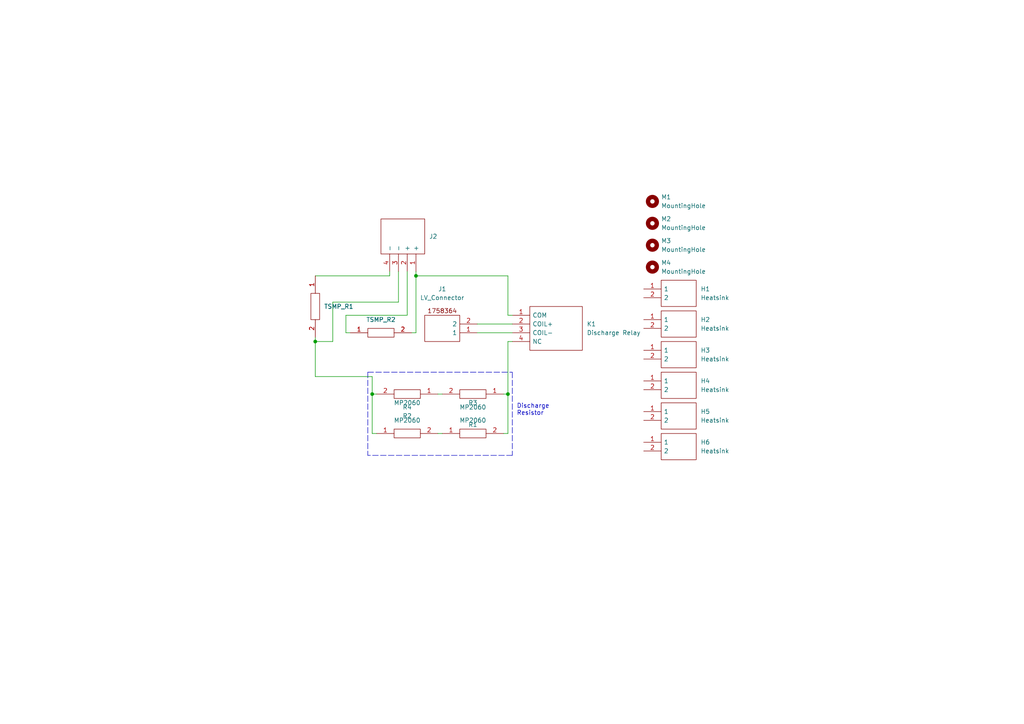
<source format=kicad_sch>
(kicad_sch (version 20211123) (generator eeschema)

  (uuid 04339d2e-67ad-46e6-8657-71338d50872a)

  (paper "A4")

  (lib_symbols
    (symbol "Mechanical:MountingHole" (pin_names (offset 1.016)) (in_bom yes) (on_board yes)
      (property "Reference" "H" (id 0) (at 0 5.08 0)
        (effects (font (size 1.27 1.27)))
      )
      (property "Value" "MountingHole" (id 1) (at 0 3.175 0)
        (effects (font (size 1.27 1.27)))
      )
      (property "Footprint" "" (id 2) (at 0 0 0)
        (effects (font (size 1.27 1.27)) hide)
      )
      (property "Datasheet" "~" (id 3) (at 0 0 0)
        (effects (font (size 1.27 1.27)) hide)
      )
      (property "ki_keywords" "mounting hole" (id 4) (at 0 0 0)
        (effects (font (size 1.27 1.27)) hide)
      )
      (property "ki_description" "Mounting Hole without connection" (id 5) (at 0 0 0)
        (effects (font (size 1.27 1.27)) hide)
      )
      (property "ki_fp_filters" "MountingHole*" (id 6) (at 0 0 0)
        (effects (font (size 1.27 1.27)) hide)
      )
      (symbol "MountingHole_0_1"
        (circle (center 0 0) (radius 1.27)
          (stroke (width 1.27) (type default) (color 0 0 0 0))
          (fill (type none))
        )
      )
    )
    (symbol "SAE Parts:Discharge Relay" (pin_names (offset 0.762)) (in_bom yes) (on_board yes)
      (property "Reference" "K1" (id 0) (at 21.59 -2.5399 0)
        (effects (font (size 1.27 1.27)) (justify left))
      )
      (property "Value" "Discharge Relay" (id 1) (at 21.59 -5.0799 0)
        (effects (font (size 1.27 1.27)) (justify left))
      )
      (property "Footprint" "SAE Parts:Discharge Relay" (id 2) (at 21.59 2.54 0)
        (effects (font (size 1.27 1.27)) (justify left) hide)
      )
      (property "Datasheet" "" (id 3) (at 21.59 0 0)
        (effects (font (size 1.27 1.27)) (justify left) hide)
      )
      (property "Description" "" (id 4) (at 21.59 -2.54 0)
        (effects (font (size 1.27 1.27)) (justify left) hide)
      )
      (property "Height" "" (id 5) (at 21.59 -5.08 0)
        (effects (font (size 1.27 1.27)) (justify left) hide)
      )
      (property "Mouser Part Number" "" (id 6) (at 21.59 -7.62 0)
        (effects (font (size 1.27 1.27)) (justify left) hide)
      )
      (property "Mouser Price/Stock" "" (id 7) (at 21.59 -10.16 0)
        (effects (font (size 1.27 1.27)) (justify left) hide)
      )
      (property "Manufacturer_Name" "" (id 8) (at 21.59 -12.7 0)
        (effects (font (size 1.27 1.27)) (justify left) hide)
      )
      (property "Manufacturer_Part_Number" "" (id 9) (at 21.59 -15.24 0)
        (effects (font (size 1.27 1.27)) (justify left) hide)
      )
      (property "ki_description" "RELAY REED 1 N/C 1.5KV 12V" (id 10) (at 0 0 0)
        (effects (font (size 1.27 1.27)) hide)
      )
      (symbol "Discharge Relay_0_0"
        (pin passive line (at 0 0 0) (length 5.08)
          (name "COM" (effects (font (size 1.27 1.27))))
          (number "1" (effects (font (size 1.27 1.27))))
        )
        (pin passive line (at 0 -2.54 0) (length 5.08)
          (name "COIL+" (effects (font (size 1.27 1.27))))
          (number "2" (effects (font (size 1.27 1.27))))
        )
        (pin passive line (at 0 -5.08 0) (length 5.08)
          (name "COIL-" (effects (font (size 1.27 1.27))))
          (number "3" (effects (font (size 1.27 1.27))))
        )
        (pin passive line (at 0 -7.62 0) (length 5.08)
          (name "NC" (effects (font (size 1.27 1.27))))
          (number "4" (effects (font (size 1.27 1.27))))
        )
      )
      (symbol "Discharge Relay_0_1"
        (polyline
          (pts
            (xy 5.08 2.54)
            (xy 20.32 2.54)
            (xy 20.32 -10.16)
            (xy 5.08 -10.16)
            (xy 5.08 2.54)
          )
          (stroke (width 0.1524) (type default) (color 0 0 0 0))
          (fill (type none))
        )
      )
    )
    (symbol "SAE Parts:Heatsink" (pin_names (offset 0.762)) (in_bom yes) (on_board yes)
      (property "Reference" "H" (id 0) (at 16.51 7.62 0)
        (effects (font (size 1.27 1.27)) (justify left))
      )
      (property "Value" "Heatsink" (id 1) (at 16.51 5.08 0)
        (effects (font (size 1.27 1.27)) (justify left))
      )
      (property "Footprint" "" (id 2) (at 16.51 2.54 0)
        (effects (font (size 1.27 1.27)) (justify left) hide)
      )
      (property "Datasheet" "" (id 3) (at 16.51 0 0)
        (effects (font (size 1.27 1.27)) (justify left) hide)
      )
      (property "Description" "" (id 4) (at 16.51 -2.54 0)
        (effects (font (size 1.27 1.27)) (justify left) hide)
      )
      (property "Height" "" (id 5) (at 16.51 -5.08 0)
        (effects (font (size 1.27 1.27)) (justify left) hide)
      )
      (property "Mouser Part Number" "" (id 6) (at 16.51 -7.62 0)
        (effects (font (size 1.27 1.27)) (justify left) hide)
      )
      (property "Mouser Price/Stock" "" (id 7) (at 16.51 -10.16 0)
        (effects (font (size 1.27 1.27)) (justify left) hide)
      )
      (property "Manufacturer_Name" "" (id 8) (at 16.51 -12.7 0)
        (effects (font (size 1.27 1.27)) (justify left) hide)
      )
      (property "Manufacturer_Part_Number" "" (id 9) (at 16.51 -15.24 0)
        (effects (font (size 1.27 1.27)) (justify left) hide)
      )
      (property "ki_description" "AAVID THERMALLOY - 7136DG - HEAT SINK" (id 10) (at 0 0 0)
        (effects (font (size 1.27 1.27)) hide)
      )
      (symbol "Heatsink_0_0"
        (pin passive line (at 0 0 0) (length 5.08)
          (name "1" (effects (font (size 1.27 1.27))))
          (number "1" (effects (font (size 1.27 1.27))))
        )
        (pin passive line (at 0 -2.54 0) (length 5.08)
          (name "2" (effects (font (size 1.27 1.27))))
          (number "2" (effects (font (size 1.27 1.27))))
        )
      )
      (symbol "Heatsink_0_1"
        (polyline
          (pts
            (xy 5.08 2.54)
            (xy 15.24 2.54)
            (xy 15.24 -5.08)
            (xy 5.08 -5.08)
            (xy 5.08 2.54)
          )
          (stroke (width 0.1524) (type default) (color 0 0 0 0))
          (fill (type none))
        )
      )
    )
    (symbol "SAE Parts:LV_Conn" (pin_names (offset 0.762)) (in_bom yes) (on_board yes)
      (property "Reference" "J" (id 0) (at 6.35 8.89 0)
        (effects (font (size 1.27 1.27)) (justify left))
      )
      (property "Value" "LV_Conn" (id 1) (at 6.35 6.35 0)
        (effects (font (size 1.27 1.27)) (justify left))
      )
      (property "Footprint" "" (id 2) (at 16.51 2.54 0)
        (effects (font (size 1.27 1.27)) (justify left) hide)
      )
      (property "Datasheet" "" (id 3) (at 16.51 0 0)
        (effects (font (size 1.27 1.27)) (justify left) hide)
      )
      (property "Description" "" (id 4) (at 16.51 -2.54 0)
        (effects (font (size 1.27 1.27)) (justify left) hide)
      )
      (property "Height" "" (id 5) (at 16.51 -5.08 0)
        (effects (font (size 1.27 1.27)) (justify left) hide)
      )
      (property "Mouser Part Number" "" (id 6) (at 16.51 -7.62 0)
        (effects (font (size 1.27 1.27)) (justify left) hide)
      )
      (property "Mouser Price/Stock" "" (id 7) (at 16.51 -10.16 0)
        (effects (font (size 1.27 1.27)) (justify left) hide)
      )
      (property "Manufacturer_Name" "" (id 8) (at 16.51 -12.7 0)
        (effects (font (size 1.27 1.27)) (justify left) hide)
      )
      (property "Manufacturer_Part_Number" "1776508" (id 9) (at 16.51 -15.24 0)
        (effects (font (size 1.27 1.27)) (justify left) hide)
      )
      (property "ki_description" "PCB header, nominal cross section: 2.5 mm?, color: green, nominal current: 12 A, rated voltage (III/2): 320 V, contact surface: Tin, type of contact: Male connector, Number of potentials: 2, Number of rows: 1, Number of positions per row: 2, number of connections: 2, product range: MSTB 2,5/..-GF, pitch: 5.08 mm, mounting: Wave soldering, pin layout: Linear pinning, solder pin [P]: 3.5 mm, Stecksystem: CLASSIC COMBICON, Locking: Screw locking, type of packaging: packed in cardboard" (id 10) (at 0 0 0)
        (effects (font (size 1.27 1.27)) hide)
      )
      (symbol "LV_Conn_0_0"
        (text "1758364" (at 10.16 3.81 0)
          (effects (font (size 1.27 1.27)))
        )
        (pin passive line (at 20.32 -2.54 180) (length 5.08)
          (name "1" (effects (font (size 1.27 1.27))))
          (number "1" (effects (font (size 1.27 1.27))))
        )
        (pin passive line (at 20.32 0 180) (length 5.08)
          (name "2" (effects (font (size 1.27 1.27))))
          (number "2" (effects (font (size 1.27 1.27))))
        )
      )
      (symbol "LV_Conn_0_1"
        (polyline
          (pts
            (xy 5.08 2.54)
            (xy 15.24 2.54)
            (xy 15.24 -5.08)
            (xy 5.08 -5.08)
            (xy 5.08 2.54)
          )
          (stroke (width 0.1524) (type default) (color 0 0 0 0))
          (fill (type none))
        )
      )
    )
    (symbol "SAE Parts:MP2060" (pin_names (offset 0.762)) (in_bom yes) (on_board yes)
      (property "Reference" "R" (id 0) (at 7.62 5.08 0)
        (effects (font (size 1.27 1.27)) (justify left))
      )
      (property "Value" "MP2060" (id 1) (at 5.08 2.54 0)
        (effects (font (size 1.27 1.27)) (justify left))
      )
      (property "Footprint" "" (id 2) (at 13.97 1.27 0)
        (effects (font (size 1.27 1.27)) (justify left) hide)
      )
      (property "Datasheet" "" (id 3) (at 13.97 -1.27 0)
        (effects (font (size 1.27 1.27)) (justify left) hide)
      )
      (property "Description" "" (id 4) (at 13.97 -3.81 0)
        (effects (font (size 1.27 1.27)) (justify left) hide)
      )
      (property "Height" "" (id 5) (at 13.97 -6.35 0)
        (effects (font (size 1.27 1.27)) (justify left) hide)
      )
      (property "Mouser Part Number" "" (id 6) (at 13.97 -8.89 0)
        (effects (font (size 1.27 1.27)) (justify left) hide)
      )
      (property "Mouser Price/Stock" "" (id 7) (at 13.97 -11.43 0)
        (effects (font (size 1.27 1.27)) (justify left) hide)
      )
      (property "Manufacturer_Name" "" (id 8) (at 13.97 -13.97 0)
        (effects (font (size 1.27 1.27)) (justify left) hide)
      )
      (property "Manufacturer_Part_Number" "" (id 9) (at 13.97 -16.51 0)
        (effects (font (size 1.27 1.27)) (justify left) hide)
      )
      (property "ki_description" "Thick Film Resistors - Through Hole 500 ohm 60W 1% TO-220 PKG CLIP MNT" (id 10) (at 0 0 0)
        (effects (font (size 1.27 1.27)) hide)
      )
      (symbol "MP2060_0_0"
        (pin passive line (at 0 0 0) (length 5.08)
          (name "~" (effects (font (size 1.27 1.27))))
          (number "1" (effects (font (size 1.27 1.27))))
        )
        (pin passive line (at 17.78 0 180) (length 5.08)
          (name "~" (effects (font (size 1.27 1.27))))
          (number "2" (effects (font (size 1.27 1.27))))
        )
      )
      (symbol "MP2060_0_1"
        (polyline
          (pts
            (xy 5.08 1.27)
            (xy 12.7 1.27)
            (xy 12.7 -1.27)
            (xy 5.08 -1.27)
            (xy 5.08 1.27)
          )
          (stroke (width 0.1524) (type default) (color 0 0 0 0))
          (fill (type none))
        )
      )
    )
    (symbol "SAE Parts:TSMP" (pin_names (offset 0.762)) (in_bom yes) (on_board yes)
      (property "Reference" "TSMP" (id 0) (at 5.08 5.08 0)
        (effects (font (size 1.27 1.27)) (justify left))
      )
      (property "Value" "TSMP" (id 1) (at 5.08 2.54 0)
        (effects (font (size 1.27 1.27)) (justify left) hide)
      )
      (property "Footprint" "" (id 2) (at 13.97 1.27 0)
        (effects (font (size 1.27 1.27)) (justify left) hide)
      )
      (property "Datasheet" "" (id 3) (at 13.97 -1.27 0)
        (effects (font (size 1.27 1.27)) (justify left) hide)
      )
      (property "Description" "" (id 4) (at 13.97 -3.81 0)
        (effects (font (size 1.27 1.27)) (justify left) hide)
      )
      (property "Height" "" (id 5) (at 13.97 -6.35 0)
        (effects (font (size 1.27 1.27)) (justify left) hide)
      )
      (property "Mouser Part Number" "" (id 6) (at 13.97 -8.89 0)
        (effects (font (size 1.27 1.27)) (justify left) hide)
      )
      (property "Mouser Price/Stock" "" (id 7) (at 13.97 -11.43 0)
        (effects (font (size 1.27 1.27)) (justify left) hide)
      )
      (property "Manufacturer_Name" "" (id 8) (at 13.97 -13.97 0)
        (effects (font (size 1.27 1.27)) (justify left) hide)
      )
      (property "Manufacturer_Part_Number" "" (id 9) (at 13.97 -16.51 0)
        (effects (font (size 1.27 1.27)) (justify left) hide)
      )
      (property "ki_description" "Thick Film Resistors - Through Hole 15K ohm 25W 1% TO-220 PKG PWR FILM" (id 10) (at 0 0 0)
        (effects (font (size 1.27 1.27)) hide)
      )
      (symbol "TSMP_0_0"
        (pin passive line (at 0 0 0) (length 5.08)
          (name "~" (effects (font (size 1.27 1.27))))
          (number "1" (effects (font (size 1.27 1.27))))
        )
        (pin passive line (at 17.78 0 180) (length 5.08)
          (name "~" (effects (font (size 1.27 1.27))))
          (number "2" (effects (font (size 1.27 1.27))))
        )
      )
      (symbol "TSMP_0_1"
        (polyline
          (pts
            (xy 5.08 1.27)
            (xy 12.7 1.27)
            (xy 12.7 -1.27)
            (xy 5.08 -1.27)
            (xy 5.08 1.27)
          )
          (stroke (width 0.1524) (type default) (color 0 0 0 0))
          (fill (type none))
        )
      )
    )
    (symbol "SAE Parts:TS_Connector" (pin_names (offset 0.762)) (in_bom yes) (on_board yes)
      (property "Reference" "TS_Connector" (id 0) (at -12.7 7.62 0)
        (effects (font (size 1.27 1.27)) (justify left))
      )
      (property "Value" "TS_Connector" (id 1) (at -12.7 7.62 0)
        (effects (font (size 1.27 1.27)) (justify left) hide)
      )
      (property "Footprint" "" (id 2) (at -13.97 -6.35 0)
        (effects (font (size 1.27 1.27)) (justify left) hide)
      )
      (property "Datasheet" "" (id 3) (at -13.97 -3.81 0)
        (effects (font (size 1.27 1.27)) (justify left) hide)
      )
      (property "Description" "" (id 4) (at -13.97 -1.27 0)
        (effects (font (size 1.27 1.27)) (justify left) hide)
      )
      (property "Height" "" (id 5) (at -13.97 1.27 0)
        (effects (font (size 1.27 1.27)) (justify left) hide)
      )
      (property "Mouser Part Number" "" (id 6) (at -13.97 3.81 0)
        (effects (font (size 1.27 1.27)) (justify left) hide)
      )
      (property "Mouser Price/Stock" "" (id 7) (at -13.97 6.35 0)
        (effects (font (size 1.27 1.27)) (justify left) hide)
      )
      (property "Manufacturer_Name" "" (id 8) (at 16.51 -12.7 0)
        (effects (font (size 1.27 1.27)) (justify left) hide)
      )
      (property "Manufacturer_Part_Number" "" (id 9) (at 16.51 -15.24 0)
        (effects (font (size 1.27 1.27)) (justify left) hide)
      )
      (property "ki_description" "PCB header, nominal cross section: 2.5 mm?, color: green, nominal current: 12 A, rated voltage (III/2): 630 V, contact surface: Tin, type of contact: Male connector, Number of potentials: 4, Number of rows: 1, Number of positions per row: 4, number of connections: 4, product range: GMSTBA 2,5/..-G, pitch: 7.62 mm, mounting: Wave soldering, pin layout: Linear pinning, solder pin [P]: 3.2 mm, Stecksystem: CLASSIC COMBICON, Locking: without, type of packaging: packed in cardboard" (id 10) (at 0 0 0)
        (effects (font (size 1.27 1.27)) hide)
      )
      (symbol "TS_Connector_0_0"
        (pin passive line (at 2.54 3.81 180) (length 5.08)
          (name "+" (effects (font (size 1.27 1.27))))
          (number "1" (effects (font (size 1.27 1.27))))
        )
        (pin passive line (at 2.54 1.27 180) (length 5.08)
          (name "+" (effects (font (size 1.27 1.27))))
          (number "2" (effects (font (size 1.27 1.27))))
        )
        (pin passive line (at 2.54 -1.27 180) (length 5.08)
          (name "-" (effects (font (size 1.27 1.27))))
          (number "3" (effects (font (size 1.27 1.27))))
        )
        (pin passive line (at 2.54 -3.81 180) (length 5.08)
          (name "-" (effects (font (size 1.27 1.27))))
          (number "4" (effects (font (size 1.27 1.27))))
        )
      )
      (symbol "TS_Connector_0_1"
        (polyline
          (pts
            (xy -2.54 -6.35)
            (xy -12.7 -6.35)
            (xy -12.7 6.35)
            (xy -2.54 6.35)
            (xy -2.54 -6.35)
          )
          (stroke (width 0.1524) (type default) (color 0 0 0 0))
          (fill (type none))
        )
      )
    )
  )

  (junction (at 91.44 99.06) (diameter 0) (color 0 0 0 0)
    (uuid 2bcd00d9-08fa-418e-a3d7-1743fab014cd)
  )
  (junction (at 120.65 80.01) (diameter 0) (color 0 0 0 0)
    (uuid 421e836c-ac97-4730-998a-8a86639bd571)
  )
  (junction (at 107.95 114.3) (diameter 0) (color 0 0 0 0)
    (uuid 5e261084-4f14-4dbb-be1d-fb81ea3d5090)
  )
  (junction (at 147.32 114.3) (diameter 0) (color 0 0 0 0)
    (uuid 820e549c-4156-423a-8f07-8bd3b4003080)
  )

  (wire (pts (xy 91.44 97.79) (xy 91.44 99.06))
    (stroke (width 0) (type default) (color 0 0 0 0))
    (uuid 0430e422-259b-4937-a04f-9bd42e671d81)
  )
  (wire (pts (xy 109.22 125.73) (xy 107.95 125.73))
    (stroke (width 0) (type default) (color 0 0 0 0))
    (uuid 06db2204-924e-405a-bd11-9f5df4464a1d)
  )
  (wire (pts (xy 107.95 109.22) (xy 107.95 114.3))
    (stroke (width 0) (type default) (color 0 0 0 0))
    (uuid 10bcb83c-5b58-4048-9604-7861ae79cc71)
  )
  (wire (pts (xy 147.32 99.06) (xy 147.32 114.3))
    (stroke (width 0) (type default) (color 0 0 0 0))
    (uuid 130c7a27-2543-4754-b9d0-72d0830220d2)
  )
  (wire (pts (xy 91.44 109.22) (xy 107.95 109.22))
    (stroke (width 0) (type default) (color 0 0 0 0))
    (uuid 1d1dcdd7-6d97-486e-9f61-1bf46d05fad4)
  )
  (polyline (pts (xy 148.59 132.08) (xy 106.68 132.08))
    (stroke (width 0) (type default) (color 0 0 0 0))
    (uuid 31145851-ac4d-4fcc-b79b-d52c2fd2d57e)
  )

  (wire (pts (xy 115.57 87.63) (xy 96.52 87.63))
    (stroke (width 0) (type default) (color 0 0 0 0))
    (uuid 31ae91a0-bbed-4a59-8fbf-6562cb7bc04e)
  )
  (wire (pts (xy 107.95 114.3) (xy 107.95 125.73))
    (stroke (width 0) (type default) (color 0 0 0 0))
    (uuid 37c5c4ee-3ee2-4d41-9b58-c4a37281b2fd)
  )
  (wire (pts (xy 118.11 78.74) (xy 118.11 91.44))
    (stroke (width 0) (type default) (color 0 0 0 0))
    (uuid 3bdb6531-4be5-4e2a-9403-bfb45eaa1945)
  )
  (polyline (pts (xy 148.59 107.95) (xy 148.59 132.08))
    (stroke (width 0) (type default) (color 0 0 0 0))
    (uuid 3d43505c-0a92-4c61-bb4b-3ab35b90faaf)
  )
  (polyline (pts (xy 106.68 107.95) (xy 106.68 132.08))
    (stroke (width 0) (type default) (color 0 0 0 0))
    (uuid 41d2120d-d842-4841-af2d-518fa6d40388)
  )

  (wire (pts (xy 120.65 80.01) (xy 147.32 80.01))
    (stroke (width 0) (type default) (color 0 0 0 0))
    (uuid 4638c4b6-97db-49a0-97bc-f4d946868116)
  )
  (wire (pts (xy 147.32 80.01) (xy 147.32 91.44))
    (stroke (width 0) (type default) (color 0 0 0 0))
    (uuid 50aa2368-6d31-4930-a04e-4d34cf4ddb99)
  )
  (wire (pts (xy 91.44 99.06) (xy 91.44 109.22))
    (stroke (width 0) (type default) (color 0 0 0 0))
    (uuid 521b6bc6-2bdf-4d62-adb8-9e03fe12921d)
  )
  (wire (pts (xy 119.38 96.52) (xy 120.65 96.52))
    (stroke (width 0) (type default) (color 0 0 0 0))
    (uuid 5e0753ea-8ab5-414c-b3cd-f5b6f2c43eb3)
  )
  (wire (pts (xy 138.43 93.98) (xy 148.59 93.98))
    (stroke (width 0) (type default) (color 0 0 0 0))
    (uuid 5f5037aa-9288-4845-aaf7-f58167e2eade)
  )
  (wire (pts (xy 120.65 80.01) (xy 120.65 78.74))
    (stroke (width 0) (type default) (color 0 0 0 0))
    (uuid 66da9919-324a-4ac3-9c4b-9cb77acb8d4f)
  )
  (wire (pts (xy 120.65 96.52) (xy 120.65 80.01))
    (stroke (width 0) (type default) (color 0 0 0 0))
    (uuid 71b63cd6-c316-4e1e-9a42-76c96bbabcf1)
  )
  (wire (pts (xy 127 114.3) (xy 128.27 114.3))
    (stroke (width 0) (type default) (color 0 0 0 0))
    (uuid 73c799cd-3608-4df6-a02a-fd1f73c74de0)
  )
  (wire (pts (xy 100.33 96.52) (xy 100.33 91.44))
    (stroke (width 0) (type default) (color 0 0 0 0))
    (uuid 78c08f0a-929f-43a0-8afa-ecb60fe6e86d)
  )
  (wire (pts (xy 96.52 99.06) (xy 91.44 99.06))
    (stroke (width 0) (type default) (color 0 0 0 0))
    (uuid 83a8adf7-b732-405d-bb9e-685ad5482dae)
  )
  (wire (pts (xy 96.52 87.63) (xy 96.52 99.06))
    (stroke (width 0) (type default) (color 0 0 0 0))
    (uuid 862ba5a3-7939-4c20-9e7a-4662582df64d)
  )
  (wire (pts (xy 100.33 91.44) (xy 118.11 91.44))
    (stroke (width 0) (type default) (color 0 0 0 0))
    (uuid 882e7263-55f3-4028-98c1-1b1bcfd85f38)
  )
  (polyline (pts (xy 106.68 107.95) (xy 148.59 107.95))
    (stroke (width 0) (type default) (color 0 0 0 0))
    (uuid 992b2ac3-84ce-4a5c-9b59-bcc44418e067)
  )

  (wire (pts (xy 147.32 91.44) (xy 148.59 91.44))
    (stroke (width 0) (type default) (color 0 0 0 0))
    (uuid 9ab7aa60-e5ef-4828-898f-1c680f5f1724)
  )
  (wire (pts (xy 91.44 80.01) (xy 113.03 80.01))
    (stroke (width 0) (type default) (color 0 0 0 0))
    (uuid 9b3a5905-64af-4df7-8c26-e1233d855f91)
  )
  (wire (pts (xy 148.59 99.06) (xy 147.32 99.06))
    (stroke (width 0) (type default) (color 0 0 0 0))
    (uuid 9ba2e820-bf7e-4467-88ce-fc1f875e148b)
  )
  (wire (pts (xy 113.03 80.01) (xy 113.03 78.74))
    (stroke (width 0) (type default) (color 0 0 0 0))
    (uuid 9e038f38-b547-4501-b5ea-34331e01911b)
  )
  (wire (pts (xy 115.57 78.74) (xy 115.57 87.63))
    (stroke (width 0) (type default) (color 0 0 0 0))
    (uuid a05de1ed-15a4-49ef-88d6-6d8ccbf47b5d)
  )
  (wire (pts (xy 100.33 96.52) (xy 101.6 96.52))
    (stroke (width 0) (type default) (color 0 0 0 0))
    (uuid b0ef2791-9acc-4113-90e6-1f85a6021d5a)
  )
  (wire (pts (xy 147.32 114.3) (xy 147.32 125.73))
    (stroke (width 0) (type default) (color 0 0 0 0))
    (uuid b94fe33e-5d42-4e4d-9345-2afee41c498c)
  )
  (wire (pts (xy 146.05 114.3) (xy 147.32 114.3))
    (stroke (width 0) (type default) (color 0 0 0 0))
    (uuid bc596ad3-86d3-47f5-8cc9-d70845a07cc6)
  )
  (wire (pts (xy 127 125.73) (xy 128.27 125.73))
    (stroke (width 0) (type default) (color 0 0 0 0))
    (uuid c30fbbda-0953-4dd3-845a-743629844786)
  )
  (wire (pts (xy 147.32 125.73) (xy 146.05 125.73))
    (stroke (width 0) (type default) (color 0 0 0 0))
    (uuid d6d79e8c-9acc-4052-ab82-065365cbb3c7)
  )
  (wire (pts (xy 138.43 96.52) (xy 148.59 96.52))
    (stroke (width 0) (type default) (color 0 0 0 0))
    (uuid e0d4dcc3-c94b-4f8c-aa09-530dc34697c7)
  )
  (wire (pts (xy 109.22 114.3) (xy 107.95 114.3))
    (stroke (width 0) (type default) (color 0 0 0 0))
    (uuid f93bd464-5a5b-4df5-9cf5-6ed38c7cac4f)
  )

  (text "Discharge\nResistor" (at 149.86 120.65 0)
    (effects (font (size 1.27 1.27)) (justify left bottom))
    (uuid 90982965-5317-439c-9aa2-6ee7cd8bc85d)
  )

  (symbol (lib_id "Mechanical:MountingHole") (at 189.23 58.42 0) (unit 1)
    (in_bom yes) (on_board yes) (fields_autoplaced)
    (uuid 00b12d64-f426-4c69-a4e4-464786b208cc)
    (property "Reference" "M1" (id 0) (at 191.77 57.1499 0)
      (effects (font (size 1.27 1.27)) (justify left))
    )
    (property "Value" "MountingHole" (id 1) (at 191.77 59.6899 0)
      (effects (font (size 1.27 1.27)) (justify left))
    )
    (property "Footprint" "MountingHole:MountingHole_3.2mm_M3" (id 2) (at 189.23 58.42 0)
      (effects (font (size 1.27 1.27)) hide)
    )
    (property "Datasheet" "~" (id 3) (at 189.23 58.42 0)
      (effects (font (size 1.27 1.27)) hide)
    )
  )

  (symbol (lib_id "SAE Parts:MP2060") (at 128.27 125.73 0) (unit 1)
    (in_bom yes) (on_board yes)
    (uuid 031035b1-0408-42a2-8320-4b9da7db6d7b)
    (property "Reference" "R1" (id 0) (at 137.16 123.19 0))
    (property "Value" "MP2060" (id 1) (at 137.16 121.92 0))
    (property "Footprint" "SAE Parts:MP2060" (id 2) (at 142.24 124.46 0)
      (effects (font (size 1.27 1.27)) (justify left) hide)
    )
    (property "Datasheet" "" (id 3) (at 142.24 127 0)
      (effects (font (size 1.27 1.27)) (justify left) hide)
    )
    (property "Description" "" (id 4) (at 142.24 129.54 0)
      (effects (font (size 1.27 1.27)) (justify left) hide)
    )
    (property "Height" "" (id 5) (at 142.24 132.08 0)
      (effects (font (size 1.27 1.27)) (justify left) hide)
    )
    (property "Mouser Part Number" "" (id 6) (at 142.24 134.62 0)
      (effects (font (size 1.27 1.27)) (justify left) hide)
    )
    (property "Mouser Price/Stock" "" (id 7) (at 142.24 137.16 0)
      (effects (font (size 1.27 1.27)) (justify left) hide)
    )
    (property "Manufacturer_Name" "" (id 8) (at 142.24 139.7 0)
      (effects (font (size 1.27 1.27)) (justify left) hide)
    )
    (property "Manufacturer_Part_Number" "" (id 9) (at 142.24 142.24 0)
      (effects (font (size 1.27 1.27)) (justify left) hide)
    )
    (pin "1" (uuid e6839642-1365-4c49-849f-e860f42156c8))
    (pin "2" (uuid c198975b-166b-4c50-9ef7-d1d98d2e7b41))
  )

  (symbol (lib_id "SAE Parts:MP2060") (at 109.22 125.73 0) (unit 1)
    (in_bom yes) (on_board yes)
    (uuid 0df6b640-3b24-4ec4-b3a8-f87fafd20b29)
    (property "Reference" "R2" (id 0) (at 118.11 120.65 0))
    (property "Value" "MP2060" (id 1) (at 118.11 121.92 0))
    (property "Footprint" "SAE Parts:MP2060" (id 2) (at 123.19 124.46 0)
      (effects (font (size 1.27 1.27)) (justify left) hide)
    )
    (property "Datasheet" "" (id 3) (at 123.19 127 0)
      (effects (font (size 1.27 1.27)) (justify left) hide)
    )
    (property "Description" "" (id 4) (at 123.19 129.54 0)
      (effects (font (size 1.27 1.27)) (justify left) hide)
    )
    (property "Height" "" (id 5) (at 123.19 132.08 0)
      (effects (font (size 1.27 1.27)) (justify left) hide)
    )
    (property "Mouser Part Number" "" (id 6) (at 123.19 134.62 0)
      (effects (font (size 1.27 1.27)) (justify left) hide)
    )
    (property "Mouser Price/Stock" "" (id 7) (at 123.19 137.16 0)
      (effects (font (size 1.27 1.27)) (justify left) hide)
    )
    (property "Manufacturer_Name" "" (id 8) (at 123.19 139.7 0)
      (effects (font (size 1.27 1.27)) (justify left) hide)
    )
    (property "Manufacturer_Part_Number" "" (id 9) (at 123.19 142.24 0)
      (effects (font (size 1.27 1.27)) (justify left) hide)
    )
    (pin "1" (uuid 2da43323-2d47-4abf-bbc7-c313a60b15de))
    (pin "2" (uuid 9a7a22df-c8d7-4b9f-87e9-fdbcb346fe90))
  )

  (symbol (lib_id "SAE Parts:TSMP") (at 91.44 80.01 270) (unit 1)
    (in_bom yes) (on_board yes) (fields_autoplaced)
    (uuid 18b3720a-0728-456a-8861-3db53909e97a)
    (property "Reference" "TSMP_R1" (id 0) (at 93.98 88.8999 90)
      (effects (font (size 1.27 1.27)) (justify left))
    )
    (property "Value" "TSMP" (id 1) (at 93.98 85.09 0)
      (effects (font (size 1.27 1.27)) (justify left) hide)
    )
    (property "Footprint" "SAE Parts:TSMP" (id 2) (at 92.71 93.98 0)
      (effects (font (size 1.27 1.27)) (justify left) hide)
    )
    (property "Datasheet" "" (id 3) (at 90.17 93.98 0)
      (effects (font (size 1.27 1.27)) (justify left) hide)
    )
    (property "Description" "" (id 4) (at 87.63 93.98 0)
      (effects (font (size 1.27 1.27)) (justify left) hide)
    )
    (property "Height" "" (id 5) (at 85.09 93.98 0)
      (effects (font (size 1.27 1.27)) (justify left) hide)
    )
    (property "Mouser Part Number" "" (id 6) (at 82.55 93.98 0)
      (effects (font (size 1.27 1.27)) (justify left) hide)
    )
    (property "Mouser Price/Stock" "" (id 7) (at 80.01 93.98 0)
      (effects (font (size 1.27 1.27)) (justify left) hide)
    )
    (property "Manufacturer_Name" "" (id 8) (at 77.47 93.98 0)
      (effects (font (size 1.27 1.27)) (justify left) hide)
    )
    (property "Manufacturer_Part_Number" "" (id 9) (at 74.93 93.98 0)
      (effects (font (size 1.27 1.27)) (justify left) hide)
    )
    (pin "1" (uuid 18436448-df34-47a3-a07b-120e77d2b715))
    (pin "2" (uuid cbc117f9-694a-4b01-9fe3-a102cd527c65))
  )

  (symbol (lib_id "SAE Parts:Heatsink") (at 186.69 119.38 0) (unit 1)
    (in_bom yes) (on_board yes) (fields_autoplaced)
    (uuid 33f67c81-cd96-4e45-b295-5b9414e27934)
    (property "Reference" "H5" (id 0) (at 203.2 119.3799 0)
      (effects (font (size 1.27 1.27)) (justify left))
    )
    (property "Value" "Heatsink" (id 1) (at 203.2 121.9199 0)
      (effects (font (size 1.27 1.27)) (justify left))
    )
    (property "Footprint" "SAE Parts:Heatsink" (id 2) (at 203.2 116.84 0)
      (effects (font (size 1.27 1.27)) (justify left) hide)
    )
    (property "Datasheet" "" (id 3) (at 203.2 119.38 0)
      (effects (font (size 1.27 1.27)) (justify left) hide)
    )
    (property "Description" "" (id 4) (at 203.2 121.92 0)
      (effects (font (size 1.27 1.27)) (justify left) hide)
    )
    (property "Height" "" (id 5) (at 203.2 124.46 0)
      (effects (font (size 1.27 1.27)) (justify left) hide)
    )
    (property "Mouser Part Number" "" (id 6) (at 203.2 127 0)
      (effects (font (size 1.27 1.27)) (justify left) hide)
    )
    (property "Mouser Price/Stock" "" (id 7) (at 203.2 129.54 0)
      (effects (font (size 1.27 1.27)) (justify left) hide)
    )
    (property "Manufacturer_Name" "" (id 8) (at 203.2 132.08 0)
      (effects (font (size 1.27 1.27)) (justify left) hide)
    )
    (property "Manufacturer_Part_Number" "" (id 9) (at 203.2 134.62 0)
      (effects (font (size 1.27 1.27)) (justify left) hide)
    )
    (pin "1" (uuid 98eb38cb-38dc-4b32-99b0-5e822702cad7))
    (pin "2" (uuid 8c5f5c20-e67a-49c5-ac9d-c0f5202beb67))
  )

  (symbol (lib_id "SAE Parts:LV_Conn") (at 118.11 93.98 0) (unit 1)
    (in_bom yes) (on_board yes) (fields_autoplaced)
    (uuid 3684da05-940a-4c48-8016-6e30a976c7e4)
    (property "Reference" "J1" (id 0) (at 128.27 83.82 0))
    (property "Value" "LV_Connector" (id 1) (at 128.27 86.36 0))
    (property "Footprint" "SAE Parts:LV Conn" (id 2) (at 134.62 91.44 0)
      (effects (font (size 1.27 1.27)) (justify left) hide)
    )
    (property "Datasheet" "" (id 3) (at 134.62 93.98 0)
      (effects (font (size 1.27 1.27)) (justify left) hide)
    )
    (property "Description" "" (id 4) (at 134.62 96.52 0)
      (effects (font (size 1.27 1.27)) (justify left) hide)
    )
    (property "Height" "" (id 5) (at 134.62 99.06 0)
      (effects (font (size 1.27 1.27)) (justify left) hide)
    )
    (property "Mouser Part Number" "" (id 6) (at 134.62 101.6 0)
      (effects (font (size 1.27 1.27)) (justify left) hide)
    )
    (property "Mouser Price/Stock" "" (id 7) (at 134.62 104.14 0)
      (effects (font (size 1.27 1.27)) (justify left) hide)
    )
    (property "Manufacturer_Name" "" (id 8) (at 134.62 106.68 0)
      (effects (font (size 1.27 1.27)) (justify left) hide)
    )
    (property "Manufacturer_Part_Number" "1776508" (id 9) (at 134.62 109.22 0)
      (effects (font (size 1.27 1.27)) (justify left) hide)
    )
    (pin "1" (uuid 36e293e0-1535-47ec-96d1-173813bc6c3d))
    (pin "2" (uuid 354bcb5d-594d-451a-9f5d-d4aa48dae6f6))
  )

  (symbol (lib_id "SAE Parts:MP2060") (at 127 114.3 180) (unit 1)
    (in_bom yes) (on_board yes)
    (uuid 42fcd203-e530-489c-b895-1019554f89a5)
    (property "Reference" "R4" (id 0) (at 118.11 118.11 0))
    (property "Value" "MP2060" (id 1) (at 118.11 116.84 0))
    (property "Footprint" "SAE Parts:MP2060" (id 2) (at 113.03 115.57 0)
      (effects (font (size 1.27 1.27)) (justify left) hide)
    )
    (property "Datasheet" "" (id 3) (at 113.03 113.03 0)
      (effects (font (size 1.27 1.27)) (justify left) hide)
    )
    (property "Description" "" (id 4) (at 113.03 110.49 0)
      (effects (font (size 1.27 1.27)) (justify left) hide)
    )
    (property "Height" "" (id 5) (at 113.03 107.95 0)
      (effects (font (size 1.27 1.27)) (justify left) hide)
    )
    (property "Mouser Part Number" "" (id 6) (at 113.03 105.41 0)
      (effects (font (size 1.27 1.27)) (justify left) hide)
    )
    (property "Mouser Price/Stock" "" (id 7) (at 113.03 102.87 0)
      (effects (font (size 1.27 1.27)) (justify left) hide)
    )
    (property "Manufacturer_Name" "" (id 8) (at 113.03 100.33 0)
      (effects (font (size 1.27 1.27)) (justify left) hide)
    )
    (property "Manufacturer_Part_Number" "" (id 9) (at 113.03 97.79 0)
      (effects (font (size 1.27 1.27)) (justify left) hide)
    )
    (pin "1" (uuid 7590e189-3b26-4601-a60c-aad25fe3daf6))
    (pin "2" (uuid 4080346f-6521-47c8-815f-1b7635afe223))
  )

  (symbol (lib_id "SAE Parts:Discharge Relay") (at 148.59 91.44 0) (unit 1)
    (in_bom yes) (on_board yes) (fields_autoplaced)
    (uuid 6487855a-e887-490b-ac68-e7124cc46bfa)
    (property "Reference" "K1" (id 0) (at 170.18 93.9799 0)
      (effects (font (size 1.27 1.27)) (justify left))
    )
    (property "Value" "Discharge Relay" (id 1) (at 170.18 96.5199 0)
      (effects (font (size 1.27 1.27)) (justify left))
    )
    (property "Footprint" "SAE Parts:Discharge Relay" (id 2) (at 170.18 88.9 0)
      (effects (font (size 1.27 1.27)) (justify left) hide)
    )
    (property "Datasheet" "" (id 3) (at 170.18 91.44 0)
      (effects (font (size 1.27 1.27)) (justify left) hide)
    )
    (property "Description" "" (id 4) (at 170.18 93.98 0)
      (effects (font (size 1.27 1.27)) (justify left) hide)
    )
    (property "Height" "" (id 5) (at 170.18 96.52 0)
      (effects (font (size 1.27 1.27)) (justify left) hide)
    )
    (property "Mouser Part Number" "" (id 6) (at 170.18 99.06 0)
      (effects (font (size 1.27 1.27)) (justify left) hide)
    )
    (property "Mouser Price/Stock" "" (id 7) (at 170.18 101.6 0)
      (effects (font (size 1.27 1.27)) (justify left) hide)
    )
    (property "Manufacturer_Name" "" (id 8) (at 170.18 104.14 0)
      (effects (font (size 1.27 1.27)) (justify left) hide)
    )
    (property "Manufacturer_Part_Number" "" (id 9) (at 170.18 106.68 0)
      (effects (font (size 1.27 1.27)) (justify left) hide)
    )
    (pin "1" (uuid a3df6f1a-21c4-4f9c-872d-97c9754e9b91))
    (pin "2" (uuid 445a8545-9659-436c-8a9e-99eee24908d9))
    (pin "3" (uuid 98c56270-0716-43e1-bf22-f7189763dbc4))
    (pin "4" (uuid 1c17ebfe-ac5a-4386-ab2e-867a4fb29bb6))
  )

  (symbol (lib_id "SAE Parts:TS_Connector") (at 116.84 76.2 270) (unit 1)
    (in_bom yes) (on_board yes) (fields_autoplaced)
    (uuid 6ad2022d-19e6-432b-9271-8b9575325055)
    (property "Reference" "J2" (id 0) (at 124.46 68.5799 90)
      (effects (font (size 1.27 1.27)) (justify left))
    )
    (property "Value" "TS_Connector" (id 1) (at 123.19 83.82 0)
      (effects (font (size 1.27 1.27)) (justify left) hide)
    )
    (property "Footprint" "SAE Parts:TS Connector" (id 2) (at 119.38 92.71 0)
      (effects (font (size 1.27 1.27)) (justify left) hide)
    )
    (property "Datasheet" "" (id 3) (at 116.84 92.71 0)
      (effects (font (size 1.27 1.27)) (justify left) hide)
    )
    (property "Description" "" (id 4) (at 114.3 92.71 0)
      (effects (font (size 1.27 1.27)) (justify left) hide)
    )
    (property "Height" "" (id 5) (at 111.76 92.71 0)
      (effects (font (size 1.27 1.27)) (justify left) hide)
    )
    (property "Mouser Part Number" "" (id 6) (at 109.22 92.71 0)
      (effects (font (size 1.27 1.27)) (justify left) hide)
    )
    (property "Mouser Price/Stock" "" (id 7) (at 106.68 92.71 0)
      (effects (font (size 1.27 1.27)) (justify left) hide)
    )
    (property "Manufacturer_Name" "" (id 8) (at 104.14 92.71 0)
      (effects (font (size 1.27 1.27)) (justify left) hide)
    )
    (property "Manufacturer_Part_Number" "" (id 9) (at 101.6 92.71 0)
      (effects (font (size 1.27 1.27)) (justify left) hide)
    )
    (pin "1" (uuid 43d357f1-038e-48e1-a455-da6c1bb5a42b))
    (pin "2" (uuid 5c31bb84-97ae-4244-a620-b62e4996270a))
    (pin "3" (uuid 7f87016e-ed5d-4c18-b76f-35be0840dfd2))
    (pin "4" (uuid 1351212f-1122-41bc-966e-794af53053ae))
  )

  (symbol (lib_id "SAE Parts:Heatsink") (at 186.69 83.82 0) (unit 1)
    (in_bom yes) (on_board yes) (fields_autoplaced)
    (uuid 6ce05360-c4e9-4044-aac4-3039f02a2ca6)
    (property "Reference" "H1" (id 0) (at 203.2 83.8199 0)
      (effects (font (size 1.27 1.27)) (justify left))
    )
    (property "Value" "Heatsink" (id 1) (at 203.2 86.3599 0)
      (effects (font (size 1.27 1.27)) (justify left))
    )
    (property "Footprint" "SAE Parts:Heatsink T2X" (id 2) (at 203.2 81.28 0)
      (effects (font (size 1.27 1.27)) (justify left) hide)
    )
    (property "Datasheet" "" (id 3) (at 203.2 83.82 0)
      (effects (font (size 1.27 1.27)) (justify left) hide)
    )
    (property "Description" "" (id 4) (at 203.2 86.36 0)
      (effects (font (size 1.27 1.27)) (justify left) hide)
    )
    (property "Height" "" (id 5) (at 203.2 88.9 0)
      (effects (font (size 1.27 1.27)) (justify left) hide)
    )
    (property "Mouser Part Number" "" (id 6) (at 203.2 91.44 0)
      (effects (font (size 1.27 1.27)) (justify left) hide)
    )
    (property "Mouser Price/Stock" "" (id 7) (at 203.2 93.98 0)
      (effects (font (size 1.27 1.27)) (justify left) hide)
    )
    (property "Manufacturer_Name" "" (id 8) (at 203.2 96.52 0)
      (effects (font (size 1.27 1.27)) (justify left) hide)
    )
    (property "Manufacturer_Part_Number" "" (id 9) (at 203.2 99.06 0)
      (effects (font (size 1.27 1.27)) (justify left) hide)
    )
    (pin "1" (uuid 406070b5-0dd1-4876-b4d6-6c8219f37c41))
    (pin "2" (uuid cf3ca2ad-f5bd-4374-998a-556c3bf8b1de))
  )

  (symbol (lib_id "SAE Parts:Heatsink") (at 186.69 101.6 0) (unit 1)
    (in_bom yes) (on_board yes) (fields_autoplaced)
    (uuid 76d7d56a-560a-45d1-a493-328005a48f4c)
    (property "Reference" "H3" (id 0) (at 203.2 101.5999 0)
      (effects (font (size 1.27 1.27)) (justify left))
    )
    (property "Value" "Heatsink" (id 1) (at 203.2 104.1399 0)
      (effects (font (size 1.27 1.27)) (justify left))
    )
    (property "Footprint" "SAE Parts:Heatsink T2X" (id 2) (at 203.2 99.06 0)
      (effects (font (size 1.27 1.27)) (justify left) hide)
    )
    (property "Datasheet" "" (id 3) (at 203.2 101.6 0)
      (effects (font (size 1.27 1.27)) (justify left) hide)
    )
    (property "Description" "" (id 4) (at 203.2 104.14 0)
      (effects (font (size 1.27 1.27)) (justify left) hide)
    )
    (property "Height" "" (id 5) (at 203.2 106.68 0)
      (effects (font (size 1.27 1.27)) (justify left) hide)
    )
    (property "Mouser Part Number" "" (id 6) (at 203.2 109.22 0)
      (effects (font (size 1.27 1.27)) (justify left) hide)
    )
    (property "Mouser Price/Stock" "" (id 7) (at 203.2 111.76 0)
      (effects (font (size 1.27 1.27)) (justify left) hide)
    )
    (property "Manufacturer_Name" "" (id 8) (at 203.2 114.3 0)
      (effects (font (size 1.27 1.27)) (justify left) hide)
    )
    (property "Manufacturer_Part_Number" "" (id 9) (at 203.2 116.84 0)
      (effects (font (size 1.27 1.27)) (justify left) hide)
    )
    (pin "1" (uuid a7f7d7c5-22c9-47e0-8a0a-c012fb184cc3))
    (pin "2" (uuid 9a3db558-3286-460b-a848-d3e408b4be71))
  )

  (symbol (lib_id "SAE Parts:Heatsink") (at 186.69 110.49 0) (unit 1)
    (in_bom yes) (on_board yes) (fields_autoplaced)
    (uuid 796a6a77-347e-4753-bf88-4e6655b1b3c5)
    (property "Reference" "H4" (id 0) (at 203.2 110.4899 0)
      (effects (font (size 1.27 1.27)) (justify left))
    )
    (property "Value" "Heatsink" (id 1) (at 203.2 113.0299 0)
      (effects (font (size 1.27 1.27)) (justify left))
    )
    (property "Footprint" "SAE Parts:Heatsink T2X" (id 2) (at 203.2 107.95 0)
      (effects (font (size 1.27 1.27)) (justify left) hide)
    )
    (property "Datasheet" "" (id 3) (at 203.2 110.49 0)
      (effects (font (size 1.27 1.27)) (justify left) hide)
    )
    (property "Description" "" (id 4) (at 203.2 113.03 0)
      (effects (font (size 1.27 1.27)) (justify left) hide)
    )
    (property "Height" "" (id 5) (at 203.2 115.57 0)
      (effects (font (size 1.27 1.27)) (justify left) hide)
    )
    (property "Mouser Part Number" "" (id 6) (at 203.2 118.11 0)
      (effects (font (size 1.27 1.27)) (justify left) hide)
    )
    (property "Mouser Price/Stock" "" (id 7) (at 203.2 120.65 0)
      (effects (font (size 1.27 1.27)) (justify left) hide)
    )
    (property "Manufacturer_Name" "" (id 8) (at 203.2 123.19 0)
      (effects (font (size 1.27 1.27)) (justify left) hide)
    )
    (property "Manufacturer_Part_Number" "" (id 9) (at 203.2 125.73 0)
      (effects (font (size 1.27 1.27)) (justify left) hide)
    )
    (pin "1" (uuid 5308bc9c-605b-4776-bddf-913fa5e5aa2f))
    (pin "2" (uuid 61d8a45a-8f0f-4d3a-bb1f-e711d56f8e28))
  )

  (symbol (lib_id "SAE Parts:Heatsink") (at 186.69 92.71 0) (unit 1)
    (in_bom yes) (on_board yes) (fields_autoplaced)
    (uuid 7b0bdeb2-7f96-41d5-afa4-6f79f7a042d4)
    (property "Reference" "H2" (id 0) (at 203.2 92.7099 0)
      (effects (font (size 1.27 1.27)) (justify left))
    )
    (property "Value" "Heatsink" (id 1) (at 203.2 95.2499 0)
      (effects (font (size 1.27 1.27)) (justify left))
    )
    (property "Footprint" "SAE Parts:Heatsink T2X" (id 2) (at 203.2 90.17 0)
      (effects (font (size 1.27 1.27)) (justify left) hide)
    )
    (property "Datasheet" "" (id 3) (at 203.2 92.71 0)
      (effects (font (size 1.27 1.27)) (justify left) hide)
    )
    (property "Description" "" (id 4) (at 203.2 95.25 0)
      (effects (font (size 1.27 1.27)) (justify left) hide)
    )
    (property "Height" "" (id 5) (at 203.2 97.79 0)
      (effects (font (size 1.27 1.27)) (justify left) hide)
    )
    (property "Mouser Part Number" "" (id 6) (at 203.2 100.33 0)
      (effects (font (size 1.27 1.27)) (justify left) hide)
    )
    (property "Mouser Price/Stock" "" (id 7) (at 203.2 102.87 0)
      (effects (font (size 1.27 1.27)) (justify left) hide)
    )
    (property "Manufacturer_Name" "" (id 8) (at 203.2 105.41 0)
      (effects (font (size 1.27 1.27)) (justify left) hide)
    )
    (property "Manufacturer_Part_Number" "" (id 9) (at 203.2 107.95 0)
      (effects (font (size 1.27 1.27)) (justify left) hide)
    )
    (pin "1" (uuid e0a5d79c-6461-481d-bc3c-ac30009e3bb2))
    (pin "2" (uuid c22e06c0-674b-433b-b08c-5429025d0225))
  )

  (symbol (lib_id "SAE Parts:Heatsink") (at 186.69 128.27 0) (unit 1)
    (in_bom yes) (on_board yes) (fields_autoplaced)
    (uuid 8560b932-6383-4aa9-8818-b380601f9729)
    (property "Reference" "H6" (id 0) (at 203.2 128.2699 0)
      (effects (font (size 1.27 1.27)) (justify left))
    )
    (property "Value" "Heatsink" (id 1) (at 203.2 130.8099 0)
      (effects (font (size 1.27 1.27)) (justify left))
    )
    (property "Footprint" "SAE Parts:Heatsink" (id 2) (at 203.2 125.73 0)
      (effects (font (size 1.27 1.27)) (justify left) hide)
    )
    (property "Datasheet" "" (id 3) (at 203.2 128.27 0)
      (effects (font (size 1.27 1.27)) (justify left) hide)
    )
    (property "Description" "" (id 4) (at 203.2 130.81 0)
      (effects (font (size 1.27 1.27)) (justify left) hide)
    )
    (property "Height" "" (id 5) (at 203.2 133.35 0)
      (effects (font (size 1.27 1.27)) (justify left) hide)
    )
    (property "Mouser Part Number" "" (id 6) (at 203.2 135.89 0)
      (effects (font (size 1.27 1.27)) (justify left) hide)
    )
    (property "Mouser Price/Stock" "" (id 7) (at 203.2 138.43 0)
      (effects (font (size 1.27 1.27)) (justify left) hide)
    )
    (property "Manufacturer_Name" "" (id 8) (at 203.2 140.97 0)
      (effects (font (size 1.27 1.27)) (justify left) hide)
    )
    (property "Manufacturer_Part_Number" "" (id 9) (at 203.2 143.51 0)
      (effects (font (size 1.27 1.27)) (justify left) hide)
    )
    (pin "1" (uuid 70fc88b5-842c-4bf9-912a-ba80da2a7922))
    (pin "2" (uuid 4174c4a6-1d53-48e9-94f7-2fec2674670f))
  )

  (symbol (lib_id "SAE Parts:TSMP") (at 101.6 96.52 0) (unit 1)
    (in_bom yes) (on_board yes) (fields_autoplaced)
    (uuid 88796190-3262-4baa-8b70-e43dc0549334)
    (property "Reference" "TSMP_R2" (id 0) (at 110.49 92.71 0))
    (property "Value" "TSMP" (id 1) (at 106.68 93.98 0)
      (effects (font (size 1.27 1.27)) (justify left) hide)
    )
    (property "Footprint" "SAE Parts:TSMP" (id 2) (at 115.57 95.25 0)
      (effects (font (size 1.27 1.27)) (justify left) hide)
    )
    (property "Datasheet" "" (id 3) (at 115.57 97.79 0)
      (effects (font (size 1.27 1.27)) (justify left) hide)
    )
    (property "Description" "" (id 4) (at 115.57 100.33 0)
      (effects (font (size 1.27 1.27)) (justify left) hide)
    )
    (property "Height" "" (id 5) (at 115.57 102.87 0)
      (effects (font (size 1.27 1.27)) (justify left) hide)
    )
    (property "Mouser Part Number" "" (id 6) (at 115.57 105.41 0)
      (effects (font (size 1.27 1.27)) (justify left) hide)
    )
    (property "Mouser Price/Stock" "" (id 7) (at 115.57 107.95 0)
      (effects (font (size 1.27 1.27)) (justify left) hide)
    )
    (property "Manufacturer_Name" "" (id 8) (at 115.57 110.49 0)
      (effects (font (size 1.27 1.27)) (justify left) hide)
    )
    (property "Manufacturer_Part_Number" "" (id 9) (at 115.57 113.03 0)
      (effects (font (size 1.27 1.27)) (justify left) hide)
    )
    (pin "1" (uuid 98750657-784e-4b7e-ba81-d59ca4b204cc))
    (pin "2" (uuid 54b944bb-0115-4bdb-89e9-8da28ea2bbdd))
  )

  (symbol (lib_id "Mechanical:MountingHole") (at 189.23 77.47 0) (unit 1)
    (in_bom yes) (on_board yes) (fields_autoplaced)
    (uuid ae2d1395-dbfa-4e82-b76b-4ed73b5c1403)
    (property "Reference" "M4" (id 0) (at 191.77 76.1999 0)
      (effects (font (size 1.27 1.27)) (justify left))
    )
    (property "Value" "MountingHole" (id 1) (at 191.77 78.7399 0)
      (effects (font (size 1.27 1.27)) (justify left))
    )
    (property "Footprint" "MountingHole:MountingHole_3.2mm_M3" (id 2) (at 189.23 77.47 0)
      (effects (font (size 1.27 1.27)) hide)
    )
    (property "Datasheet" "~" (id 3) (at 189.23 77.47 0)
      (effects (font (size 1.27 1.27)) hide)
    )
  )

  (symbol (lib_id "SAE Parts:MP2060") (at 146.05 114.3 180) (unit 1)
    (in_bom yes) (on_board yes)
    (uuid bcbd19f0-a01f-48a7-b015-8c793e25b019)
    (property "Reference" "R3" (id 0) (at 137.16 116.84 0))
    (property "Value" "MP2060" (id 1) (at 137.16 118.11 0))
    (property "Footprint" "SAE Parts:MP2060" (id 2) (at 132.08 115.57 0)
      (effects (font (size 1.27 1.27)) (justify left) hide)
    )
    (property "Datasheet" "" (id 3) (at 132.08 113.03 0)
      (effects (font (size 1.27 1.27)) (justify left) hide)
    )
    (property "Description" "" (id 4) (at 132.08 110.49 0)
      (effects (font (size 1.27 1.27)) (justify left) hide)
    )
    (property "Height" "" (id 5) (at 132.08 107.95 0)
      (effects (font (size 1.27 1.27)) (justify left) hide)
    )
    (property "Mouser Part Number" "" (id 6) (at 132.08 105.41 0)
      (effects (font (size 1.27 1.27)) (justify left) hide)
    )
    (property "Mouser Price/Stock" "" (id 7) (at 132.08 102.87 0)
      (effects (font (size 1.27 1.27)) (justify left) hide)
    )
    (property "Manufacturer_Name" "" (id 8) (at 132.08 100.33 0)
      (effects (font (size 1.27 1.27)) (justify left) hide)
    )
    (property "Manufacturer_Part_Number" "" (id 9) (at 132.08 97.79 0)
      (effects (font (size 1.27 1.27)) (justify left) hide)
    )
    (pin "1" (uuid f95f129c-0add-4613-a7a4-d06a30a762ea))
    (pin "2" (uuid 69690ca0-649e-4437-97bd-0d9cd7a5d205))
  )

  (symbol (lib_id "Mechanical:MountingHole") (at 189.23 64.77 0) (unit 1)
    (in_bom yes) (on_board yes) (fields_autoplaced)
    (uuid cb8d2dcd-2605-45d3-8950-99d4d8dbf555)
    (property "Reference" "M2" (id 0) (at 191.77 63.4999 0)
      (effects (font (size 1.27 1.27)) (justify left))
    )
    (property "Value" "MountingHole" (id 1) (at 191.77 66.0399 0)
      (effects (font (size 1.27 1.27)) (justify left))
    )
    (property "Footprint" "MountingHole:MountingHole_3.2mm_M3" (id 2) (at 189.23 64.77 0)
      (effects (font (size 1.27 1.27)) hide)
    )
    (property "Datasheet" "~" (id 3) (at 189.23 64.77 0)
      (effects (font (size 1.27 1.27)) hide)
    )
  )

  (symbol (lib_id "Mechanical:MountingHole") (at 189.23 71.12 0) (unit 1)
    (in_bom yes) (on_board yes) (fields_autoplaced)
    (uuid f1e1a7ba-d276-45c0-aa89-712e33133406)
    (property "Reference" "M3" (id 0) (at 191.77 69.8499 0)
      (effects (font (size 1.27 1.27)) (justify left))
    )
    (property "Value" "MountingHole" (id 1) (at 191.77 72.3899 0)
      (effects (font (size 1.27 1.27)) (justify left))
    )
    (property "Footprint" "MountingHole:MountingHole_3.2mm_M3" (id 2) (at 189.23 71.12 0)
      (effects (font (size 1.27 1.27)) hide)
    )
    (property "Datasheet" "~" (id 3) (at 189.23 71.12 0)
      (effects (font (size 1.27 1.27)) hide)
    )
  )

  (sheet_instances
    (path "/" (page "1"))
  )

  (symbol_instances
    (path "/6ce05360-c4e9-4044-aac4-3039f02a2ca6"
      (reference "H1") (unit 1) (value "Heatsink") (footprint "SAE Parts:Heatsink T2X")
    )
    (path "/7b0bdeb2-7f96-41d5-afa4-6f79f7a042d4"
      (reference "H2") (unit 1) (value "Heatsink") (footprint "SAE Parts:Heatsink T2X")
    )
    (path "/76d7d56a-560a-45d1-a493-328005a48f4c"
      (reference "H3") (unit 1) (value "Heatsink") (footprint "SAE Parts:Heatsink T2X")
    )
    (path "/796a6a77-347e-4753-bf88-4e6655b1b3c5"
      (reference "H4") (unit 1) (value "Heatsink") (footprint "SAE Parts:Heatsink T2X")
    )
    (path "/33f67c81-cd96-4e45-b295-5b9414e27934"
      (reference "H5") (unit 1) (value "Heatsink") (footprint "SAE Parts:Heatsink")
    )
    (path "/8560b932-6383-4aa9-8818-b380601f9729"
      (reference "H6") (unit 1) (value "Heatsink") (footprint "SAE Parts:Heatsink")
    )
    (path "/3684da05-940a-4c48-8016-6e30a976c7e4"
      (reference "J1") (unit 1) (value "LV_Connector") (footprint "SAE Parts:LV Conn")
    )
    (path "/6ad2022d-19e6-432b-9271-8b9575325055"
      (reference "J2") (unit 1) (value "TS_Connector") (footprint "SAE Parts:TS Connector")
    )
    (path "/6487855a-e887-490b-ac68-e7124cc46bfa"
      (reference "K1") (unit 1) (value "Discharge Relay") (footprint "SAE Parts:Discharge Relay")
    )
    (path "/00b12d64-f426-4c69-a4e4-464786b208cc"
      (reference "M1") (unit 1) (value "MountingHole") (footprint "MountingHole:MountingHole_3.2mm_M3")
    )
    (path "/cb8d2dcd-2605-45d3-8950-99d4d8dbf555"
      (reference "M2") (unit 1) (value "MountingHole") (footprint "MountingHole:MountingHole_3.2mm_M3")
    )
    (path "/f1e1a7ba-d276-45c0-aa89-712e33133406"
      (reference "M3") (unit 1) (value "MountingHole") (footprint "MountingHole:MountingHole_3.2mm_M3")
    )
    (path "/ae2d1395-dbfa-4e82-b76b-4ed73b5c1403"
      (reference "M4") (unit 1) (value "MountingHole") (footprint "MountingHole:MountingHole_3.2mm_M3")
    )
    (path "/031035b1-0408-42a2-8320-4b9da7db6d7b"
      (reference "R1") (unit 1) (value "MP2060") (footprint "SAE Parts:MP2060")
    )
    (path "/0df6b640-3b24-4ec4-b3a8-f87fafd20b29"
      (reference "R2") (unit 1) (value "MP2060") (footprint "SAE Parts:MP2060")
    )
    (path "/bcbd19f0-a01f-48a7-b015-8c793e25b019"
      (reference "R3") (unit 1) (value "MP2060") (footprint "SAE Parts:MP2060")
    )
    (path "/42fcd203-e530-489c-b895-1019554f89a5"
      (reference "R4") (unit 1) (value "MP2060") (footprint "SAE Parts:MP2060")
    )
    (path "/18b3720a-0728-456a-8861-3db53909e97a"
      (reference "TSMP_R1") (unit 1) (value "TSMP") (footprint "SAE Parts:TSMP")
    )
    (path "/88796190-3262-4baa-8b70-e43dc0549334"
      (reference "TSMP_R2") (unit 1) (value "TSMP") (footprint "SAE Parts:TSMP")
    )
  )
)

</source>
